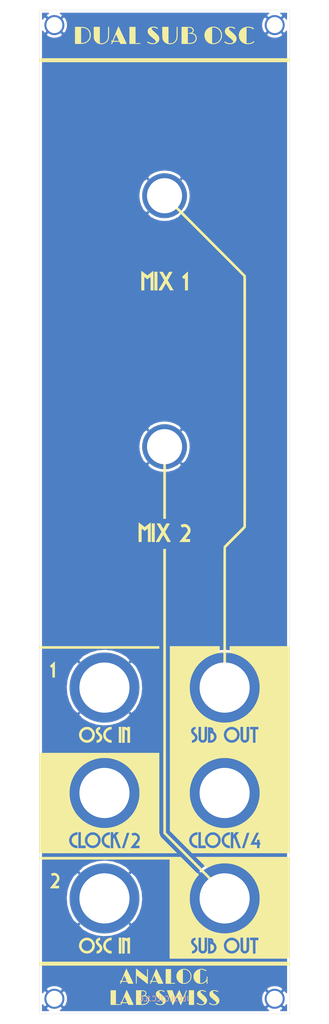
<source format=kicad_pcb>
(kicad_pcb (version 20171130) (host pcbnew 5.1.5-52549c5~84~ubuntu18.04.1)
  (layers (0 F.Cu signal) (31 B.Cu signal) (34 B.Paste user) (35 F.Paste user) (36 B.SilkS user) (37 F.SilkS user) (38 B.Mask user) (39 F.Mask user) (44 Edge.Cuts user))
  (net 0 "")
  (net 1 GND)
  (module subosc_panel:sub_osc_art (layer F.Cu) (at 140 113)
    (fp_text reference G*** hide)
    (fp_text value LOGO hide)
  )
  (module Kosmo_panel:Kosmo_Jack_Hole (layer F.Cu) (at 152 190)
    (fp_text reference REF** hide)
    (fp_text value Kosmo_Jack_Hole)
    (pad 1 thru_hole circle (at 0 0) (size 14 14) (drill 10) (layers *.Cu *.Mask) (net 1 GND))
  )
  (module Kosmo_panel:Kosmo_Jack_Hole (layer F.Cu) (at 128 190)
    (fp_text reference REF** hide)
    (fp_text value Kosmo_Jack_Hole)
    (pad 1 thru_hole circle (at 0 0) (size 14 14) (drill 10) (layers *.Cu *.Mask) (net 1 GND))
  )
  (module Kosmo_panel:Kosmo_Jack_Hole (layer F.Cu) (at 128 169)
    (fp_text reference REF** hide)
    (fp_text value Kosmo_Jack_Hole)
    (pad 1 thru_hole circle (at 0 0) (size 14 14) (drill 10) (layers *.Cu *.Mask) (net 1 GND))
  )
  (module Kosmo_panel:Kosmo_Jack_Hole (layer F.Cu) (at 152 169)
    (fp_text reference REF** hide)
    (fp_text value Kosmo_Jack_Hole)
    (pad 1 thru_hole circle (at 0 0) (size 14 14) (drill 10) (layers *.Cu *.Mask) (net 1 GND))
  )
  (module Kosmo_panel:Kosmo_Jack_Hole (layer F.Cu) (at 152 148)
    (fp_text reference REF** hide)
    (fp_text value Kosmo_Jack_Hole)
    (pad 1 thru_hole circle (at 0 0) (size 14 14) (drill 10) (layers *.Cu *.Mask) (net 1 GND))
  )
  (module Kosmo_panel:Kosmo_Jack_Hole (layer F.Cu) (at 128 148)
    (fp_text reference REF** hide)
    (fp_text value Kosmo_Jack_Hole)
    (pad 1 thru_hole circle (at 0 0) (size 14 14) (drill 10) (layers *.Cu *.Mask) (net 1 GND))
  )
  (module Kosmo_panel:Kosmo_Pot_Hole (layer F.Cu) (at 140 100)
    (fp_text reference REF** hide)
    (fp_text value Kosmo_Pot_Hole)
    (pad 1 thru_hole circle (at 0 0) (size 9 9) (drill 7) (layers *.Cu *.Mask) (net 1 GND))
  )
  (module Kosmo_panel:Kosmo_Pot_Hole (layer F.Cu) (at 140 50)
    (fp_text reference REF** hide)
    (fp_text value Kosmo_Pot_Hole)
    (pad 1 thru_hole circle (at 0 0) (size 9 9) (drill 7) (layers *.Cu *.Mask) (net 1 GND))
  )
  (module Kosmo_panel:Kosmo_Panel_Mounting_Hole (layer F.Cu) (at 118 210)
    (fp_text reference REF** hide)
    (fp_text value Kosmo_Panel_Mounting_Hole)
    (pad 1 thru_hole circle (at 0 0) (size 4 4) (drill 3.2) (layers *.Cu *.Mask) (net 1 GND))
  )
  (module Kosmo_panel:Kosmo_Panel_Mounting_Hole (layer F.Cu) (at 162 210)
    (fp_text reference REF** hide)
    (fp_text value Kosmo_Panel_Mounting_Hole)
    (pad 1 thru_hole circle (at 0 0) (size 4 4) (drill 3.2) (layers *.Cu *.Mask) (net 1 GND))
  )
  (module Kosmo_panel:Kosmo_Panel_Mounting_Hole (layer F.Cu) (at 162 16)
    (fp_text reference REF** hide)
    (fp_text value Kosmo_Panel_Mounting_Hole)
    (pad 1 thru_hole circle (at 0 0) (size 4 4) (drill 3.2) (layers *.Cu *.Mask) (net 1 GND))
  )
  (module Kosmo_panel:Kosmo_Panel_Mounting_Hole (layer F.Cu) (at 118 16)
    (fp_text reference REF** hide)
    (fp_text value Kosmo_Panel_Mounting_Hole)
    (pad 1 thru_hole circle (at 0 0) (size 4 4) (drill 3.2) (layers *.Cu *.Mask) (net 1 GND))
  )
  (module subosc_panel:sub_osc_holes (layer F.Cu) (at 140 113)
    (fp_text reference G*** hide)
    (fp_text value LOGO hide)
  )
  (gr_text JLCJLCJLCJLC (at 140 210) (layer B.SilkS) (effects (font (size 1 1)) (justify mirror)))
  (gr_line (start 115 213) (end 115 13) (layer Edge.Cuts) (width 0.05))
  (gr_line (start 165 213) (end 115 213) (layer Edge.Cuts) (width 0.05))
  (gr_line (start 165 13) (end 165 213) (layer Edge.Cuts) (width 0.05))
  (gr_line (start 115 13) (end 165 13) (layer Edge.Cuts) (width 0.05))
  (zone (net 1) (net_name GND) (layer F.Cu) (connect_pads (clearance 0.508)) (min_thickness 0.254) (fill yes (arc_segments 32) (thermal_gap 0.508) (thermal_bridge_width 0.508))
    (polygon (pts (xy 167 215) (xy 113 215) (xy 113 11) (xy 167 11)))
  )
  (zone (net 1) (net_name GND) (layer B.Cu) (connect_pads (clearance 0.508)) (min_thickness 0.254) (fill yes (arc_segments 32) (thermal_gap 0.508) (thermal_bridge_width 0.508))
    (polygon (pts (xy 167 215) (xy 113 215) (xy 113 11) (xy 167 11)))
  )
)
</source>
